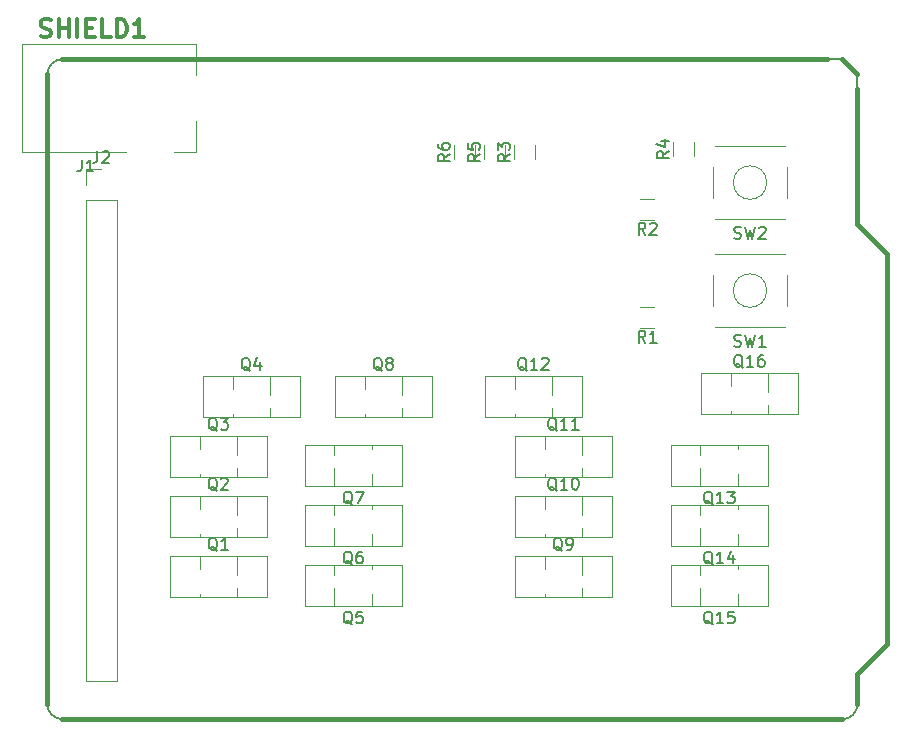
<source format=gbr>
G04 #@! TF.FileFunction,Legend,Top*
%FSLAX46Y46*%
G04 Gerber Fmt 4.6, Leading zero omitted, Abs format (unit mm)*
G04 Created by KiCad (PCBNEW 4.0.6) date 01/15/18 08:07:30*
%MOMM*%
%LPD*%
G01*
G04 APERTURE LIST*
%ADD10C,0.100000*%
%ADD11C,0.150000*%
%ADD12C,0.381000*%
%ADD13C,0.120000*%
%ADD14C,0.304800*%
G04 APERTURE END LIST*
D10*
D11*
X151384000Y-120396000D02*
G75*
G03X152654000Y-119126000I0J1270000D01*
G01*
X152654000Y-65786000D02*
X152654000Y-67056000D01*
X150114000Y-64516000D02*
X151384000Y-64516000D01*
X85344000Y-64516000D02*
G75*
G03X84074000Y-65786000I0J-1270000D01*
G01*
X84074000Y-119126000D02*
G75*
G03X85344000Y-120396000I1270000J0D01*
G01*
D12*
X152654000Y-78486000D02*
X152654000Y-67056000D01*
X152654000Y-65786000D02*
X151384000Y-64516000D01*
X150114000Y-64516000D02*
X85344000Y-64516000D01*
X151384000Y-120396000D02*
X85344000Y-120396000D01*
X84074000Y-119126000D02*
X84074000Y-65786000D01*
X152654000Y-78486000D02*
X155194000Y-81026000D01*
X155194000Y-81026000D02*
X155194000Y-114046000D01*
X155194000Y-114046000D02*
X152654000Y-116586000D01*
X152654000Y-116586000D02*
X152654000Y-119126000D01*
D13*
X90758000Y-72418000D02*
X81958000Y-72418000D01*
X81958000Y-72418000D02*
X81958000Y-63218000D01*
X96658000Y-69718000D02*
X96658000Y-72418000D01*
X96658000Y-72418000D02*
X94758000Y-72418000D01*
X81958000Y-63218000D02*
X96658000Y-63218000D01*
X96658000Y-63218000D02*
X96658000Y-65818000D01*
X87316000Y-117154000D02*
X89976000Y-117154000D01*
X87316000Y-76454000D02*
X87316000Y-117154000D01*
X89976000Y-76454000D02*
X89976000Y-117154000D01*
X87316000Y-76454000D02*
X89976000Y-76454000D01*
X87316000Y-75184000D02*
X87316000Y-73854000D01*
X87316000Y-73854000D02*
X88646000Y-73854000D01*
X134274000Y-85480000D02*
X135474000Y-85480000D01*
X135474000Y-87240000D02*
X134274000Y-87240000D01*
X134274000Y-76336000D02*
X135474000Y-76336000D01*
X135474000Y-78096000D02*
X134274000Y-78096000D01*
X125340000Y-71790000D02*
X125340000Y-72990000D01*
X123580000Y-72990000D02*
X123580000Y-71790000D01*
X138802000Y-71536000D02*
X138802000Y-72736000D01*
X137042000Y-72736000D02*
X137042000Y-71536000D01*
X122800000Y-71790000D02*
X122800000Y-72990000D01*
X121040000Y-72990000D02*
X121040000Y-71790000D01*
X120260000Y-71790000D02*
X120260000Y-72990000D01*
X118500000Y-72990000D02*
X118500000Y-71790000D01*
X144976214Y-84110000D02*
G75*
G03X144976214Y-84110000I-1414214J0D01*
G01*
X146532000Y-80990000D02*
X140592000Y-80990000D01*
X146532000Y-87230000D02*
X140592000Y-87230000D01*
X146682000Y-82770000D02*
X146682000Y-85450000D01*
X140442000Y-85450000D02*
X140442000Y-82770000D01*
X144976214Y-74966000D02*
G75*
G03X144976214Y-74966000I-1414214J0D01*
G01*
X146532000Y-71846000D02*
X140592000Y-71846000D01*
X146532000Y-78086000D02*
X140592000Y-78086000D01*
X146682000Y-73626000D02*
X146682000Y-76306000D01*
X140442000Y-76306000D02*
X140442000Y-73626000D01*
X94432000Y-106592000D02*
X102672000Y-106592000D01*
X94432000Y-110082000D02*
X102672000Y-110082000D01*
X94432000Y-106592000D02*
X94432000Y-110082000D01*
X102672000Y-106592000D02*
X102672000Y-110082000D01*
X96952000Y-106592000D02*
X96952000Y-107662000D01*
X96952000Y-109762000D02*
X96952000Y-110082000D01*
X100153000Y-106592000D02*
X100153000Y-108172000D01*
X100153000Y-109252000D02*
X100153000Y-110082000D01*
X94432000Y-101512000D02*
X102672000Y-101512000D01*
X94432000Y-105002000D02*
X102672000Y-105002000D01*
X94432000Y-101512000D02*
X94432000Y-105002000D01*
X102672000Y-101512000D02*
X102672000Y-105002000D01*
X96952000Y-101512000D02*
X96952000Y-102582000D01*
X96952000Y-104682000D02*
X96952000Y-105002000D01*
X100153000Y-101512000D02*
X100153000Y-103092000D01*
X100153000Y-104172000D02*
X100153000Y-105002000D01*
X94432000Y-96432000D02*
X102672000Y-96432000D01*
X94432000Y-99922000D02*
X102672000Y-99922000D01*
X94432000Y-96432000D02*
X94432000Y-99922000D01*
X102672000Y-96432000D02*
X102672000Y-99922000D01*
X96952000Y-96432000D02*
X96952000Y-97502000D01*
X96952000Y-99602000D02*
X96952000Y-99922000D01*
X100153000Y-96432000D02*
X100153000Y-98012000D01*
X100153000Y-99092000D02*
X100153000Y-99922000D01*
X97226000Y-91352000D02*
X105466000Y-91352000D01*
X97226000Y-94842000D02*
X105466000Y-94842000D01*
X97226000Y-91352000D02*
X97226000Y-94842000D01*
X105466000Y-91352000D02*
X105466000Y-94842000D01*
X99746000Y-91352000D02*
X99746000Y-92422000D01*
X99746000Y-94522000D02*
X99746000Y-94842000D01*
X102947000Y-91352000D02*
X102947000Y-92932000D01*
X102947000Y-94012000D02*
X102947000Y-94842000D01*
X114102000Y-110832000D02*
X105862000Y-110832000D01*
X114102000Y-107342000D02*
X105862000Y-107342000D01*
X114102000Y-110832000D02*
X114102000Y-107342000D01*
X105862000Y-110832000D02*
X105862000Y-107342000D01*
X111582000Y-110832000D02*
X111582000Y-109762000D01*
X111582000Y-107662000D02*
X111582000Y-107342000D01*
X108381000Y-110832000D02*
X108381000Y-109252000D01*
X108381000Y-108172000D02*
X108381000Y-107342000D01*
X114102000Y-105752000D02*
X105862000Y-105752000D01*
X114102000Y-102262000D02*
X105862000Y-102262000D01*
X114102000Y-105752000D02*
X114102000Y-102262000D01*
X105862000Y-105752000D02*
X105862000Y-102262000D01*
X111582000Y-105752000D02*
X111582000Y-104682000D01*
X111582000Y-102582000D02*
X111582000Y-102262000D01*
X108381000Y-105752000D02*
X108381000Y-104172000D01*
X108381000Y-103092000D02*
X108381000Y-102262000D01*
X114102000Y-100672000D02*
X105862000Y-100672000D01*
X114102000Y-97182000D02*
X105862000Y-97182000D01*
X114102000Y-100672000D02*
X114102000Y-97182000D01*
X105862000Y-100672000D02*
X105862000Y-97182000D01*
X111582000Y-100672000D02*
X111582000Y-99602000D01*
X111582000Y-97502000D02*
X111582000Y-97182000D01*
X108381000Y-100672000D02*
X108381000Y-99092000D01*
X108381000Y-98012000D02*
X108381000Y-97182000D01*
X108402000Y-91352000D02*
X116642000Y-91352000D01*
X108402000Y-94842000D02*
X116642000Y-94842000D01*
X108402000Y-91352000D02*
X108402000Y-94842000D01*
X116642000Y-91352000D02*
X116642000Y-94842000D01*
X110922000Y-91352000D02*
X110922000Y-92422000D01*
X110922000Y-94522000D02*
X110922000Y-94842000D01*
X114123000Y-91352000D02*
X114123000Y-92932000D01*
X114123000Y-94012000D02*
X114123000Y-94842000D01*
X123642000Y-106592000D02*
X131882000Y-106592000D01*
X123642000Y-110082000D02*
X131882000Y-110082000D01*
X123642000Y-106592000D02*
X123642000Y-110082000D01*
X131882000Y-106592000D02*
X131882000Y-110082000D01*
X126162000Y-106592000D02*
X126162000Y-107662000D01*
X126162000Y-109762000D02*
X126162000Y-110082000D01*
X129363000Y-106592000D02*
X129363000Y-108172000D01*
X129363000Y-109252000D02*
X129363000Y-110082000D01*
X123642000Y-101512000D02*
X131882000Y-101512000D01*
X123642000Y-105002000D02*
X131882000Y-105002000D01*
X123642000Y-101512000D02*
X123642000Y-105002000D01*
X131882000Y-101512000D02*
X131882000Y-105002000D01*
X126162000Y-101512000D02*
X126162000Y-102582000D01*
X126162000Y-104682000D02*
X126162000Y-105002000D01*
X129363000Y-101512000D02*
X129363000Y-103092000D01*
X129363000Y-104172000D02*
X129363000Y-105002000D01*
X123642000Y-96432000D02*
X131882000Y-96432000D01*
X123642000Y-99922000D02*
X131882000Y-99922000D01*
X123642000Y-96432000D02*
X123642000Y-99922000D01*
X131882000Y-96432000D02*
X131882000Y-99922000D01*
X126162000Y-96432000D02*
X126162000Y-97502000D01*
X126162000Y-99602000D02*
X126162000Y-99922000D01*
X129363000Y-96432000D02*
X129363000Y-98012000D01*
X129363000Y-99092000D02*
X129363000Y-99922000D01*
X121102000Y-91352000D02*
X129342000Y-91352000D01*
X121102000Y-94842000D02*
X129342000Y-94842000D01*
X121102000Y-91352000D02*
X121102000Y-94842000D01*
X129342000Y-91352000D02*
X129342000Y-94842000D01*
X123622000Y-91352000D02*
X123622000Y-92422000D01*
X123622000Y-94522000D02*
X123622000Y-94842000D01*
X126823000Y-91352000D02*
X126823000Y-92932000D01*
X126823000Y-94012000D02*
X126823000Y-94842000D01*
X145090000Y-100672000D02*
X136850000Y-100672000D01*
X145090000Y-97182000D02*
X136850000Y-97182000D01*
X145090000Y-100672000D02*
X145090000Y-97182000D01*
X136850000Y-100672000D02*
X136850000Y-97182000D01*
X142570000Y-100672000D02*
X142570000Y-99602000D01*
X142570000Y-97502000D02*
X142570000Y-97182000D01*
X139369000Y-100672000D02*
X139369000Y-99092000D01*
X139369000Y-98012000D02*
X139369000Y-97182000D01*
X145090000Y-105752000D02*
X136850000Y-105752000D01*
X145090000Y-102262000D02*
X136850000Y-102262000D01*
X145090000Y-105752000D02*
X145090000Y-102262000D01*
X136850000Y-105752000D02*
X136850000Y-102262000D01*
X142570000Y-105752000D02*
X142570000Y-104682000D01*
X142570000Y-102582000D02*
X142570000Y-102262000D01*
X139369000Y-105752000D02*
X139369000Y-104172000D01*
X139369000Y-103092000D02*
X139369000Y-102262000D01*
X145090000Y-110832000D02*
X136850000Y-110832000D01*
X145090000Y-107342000D02*
X136850000Y-107342000D01*
X145090000Y-110832000D02*
X145090000Y-107342000D01*
X136850000Y-110832000D02*
X136850000Y-107342000D01*
X142570000Y-110832000D02*
X142570000Y-109762000D01*
X142570000Y-107662000D02*
X142570000Y-107342000D01*
X139369000Y-110832000D02*
X139369000Y-109252000D01*
X139369000Y-108172000D02*
X139369000Y-107342000D01*
X139390000Y-91098000D02*
X147630000Y-91098000D01*
X139390000Y-94588000D02*
X147630000Y-94588000D01*
X139390000Y-91098000D02*
X139390000Y-94588000D01*
X147630000Y-91098000D02*
X147630000Y-94588000D01*
X141910000Y-91098000D02*
X141910000Y-92168000D01*
X141910000Y-94268000D02*
X141910000Y-94588000D01*
X145111000Y-91098000D02*
X145111000Y-92678000D01*
X145111000Y-93758000D02*
X145111000Y-94588000D01*
D14*
X83493429Y-62592857D02*
X83711143Y-62665429D01*
X84074000Y-62665429D01*
X84219143Y-62592857D01*
X84291714Y-62520286D01*
X84364286Y-62375143D01*
X84364286Y-62230000D01*
X84291714Y-62084857D01*
X84219143Y-62012286D01*
X84074000Y-61939714D01*
X83783714Y-61867143D01*
X83638572Y-61794571D01*
X83566000Y-61722000D01*
X83493429Y-61576857D01*
X83493429Y-61431714D01*
X83566000Y-61286571D01*
X83638572Y-61214000D01*
X83783714Y-61141429D01*
X84146572Y-61141429D01*
X84364286Y-61214000D01*
X85017429Y-62665429D02*
X85017429Y-61141429D01*
X85017429Y-61867143D02*
X85888286Y-61867143D01*
X85888286Y-62665429D02*
X85888286Y-61141429D01*
X86614000Y-62665429D02*
X86614000Y-61141429D01*
X87339714Y-61867143D02*
X87847714Y-61867143D01*
X88065428Y-62665429D02*
X87339714Y-62665429D01*
X87339714Y-61141429D01*
X88065428Y-61141429D01*
X89444285Y-62665429D02*
X88718571Y-62665429D01*
X88718571Y-61141429D01*
X89952285Y-62665429D02*
X89952285Y-61141429D01*
X90315142Y-61141429D01*
X90532857Y-61214000D01*
X90677999Y-61359143D01*
X90750571Y-61504286D01*
X90823142Y-61794571D01*
X90823142Y-62012286D01*
X90750571Y-62302571D01*
X90677999Y-62447714D01*
X90532857Y-62592857D01*
X90315142Y-62665429D01*
X89952285Y-62665429D01*
X92274571Y-62665429D02*
X91403714Y-62665429D01*
X91839142Y-62665429D02*
X91839142Y-61141429D01*
X91693999Y-61359143D01*
X91548857Y-61504286D01*
X91403714Y-61576857D01*
D11*
X86974667Y-73020381D02*
X86974667Y-73734667D01*
X86927047Y-73877524D01*
X86831809Y-73972762D01*
X86688952Y-74020381D01*
X86593714Y-74020381D01*
X87974667Y-74020381D02*
X87403238Y-74020381D01*
X87688952Y-74020381D02*
X87688952Y-73020381D01*
X87593714Y-73163238D01*
X87498476Y-73258476D01*
X87403238Y-73306095D01*
X88312667Y-72306381D02*
X88312667Y-73020667D01*
X88265047Y-73163524D01*
X88169809Y-73258762D01*
X88026952Y-73306381D01*
X87931714Y-73306381D01*
X88741238Y-72401619D02*
X88788857Y-72354000D01*
X88884095Y-72306381D01*
X89122191Y-72306381D01*
X89217429Y-72354000D01*
X89265048Y-72401619D01*
X89312667Y-72496857D01*
X89312667Y-72592095D01*
X89265048Y-72734952D01*
X88693619Y-73306381D01*
X89312667Y-73306381D01*
X134707334Y-88512381D02*
X134374000Y-88036190D01*
X134135905Y-88512381D02*
X134135905Y-87512381D01*
X134516858Y-87512381D01*
X134612096Y-87560000D01*
X134659715Y-87607619D01*
X134707334Y-87702857D01*
X134707334Y-87845714D01*
X134659715Y-87940952D01*
X134612096Y-87988571D01*
X134516858Y-88036190D01*
X134135905Y-88036190D01*
X135659715Y-88512381D02*
X135088286Y-88512381D01*
X135374000Y-88512381D02*
X135374000Y-87512381D01*
X135278762Y-87655238D01*
X135183524Y-87750476D01*
X135088286Y-87798095D01*
X134707334Y-79368381D02*
X134374000Y-78892190D01*
X134135905Y-79368381D02*
X134135905Y-78368381D01*
X134516858Y-78368381D01*
X134612096Y-78416000D01*
X134659715Y-78463619D01*
X134707334Y-78558857D01*
X134707334Y-78701714D01*
X134659715Y-78796952D01*
X134612096Y-78844571D01*
X134516858Y-78892190D01*
X134135905Y-78892190D01*
X135088286Y-78463619D02*
X135135905Y-78416000D01*
X135231143Y-78368381D01*
X135469239Y-78368381D01*
X135564477Y-78416000D01*
X135612096Y-78463619D01*
X135659715Y-78558857D01*
X135659715Y-78654095D01*
X135612096Y-78796952D01*
X135040667Y-79368381D01*
X135659715Y-79368381D01*
X123212381Y-72556666D02*
X122736190Y-72890000D01*
X123212381Y-73128095D02*
X122212381Y-73128095D01*
X122212381Y-72747142D01*
X122260000Y-72651904D01*
X122307619Y-72604285D01*
X122402857Y-72556666D01*
X122545714Y-72556666D01*
X122640952Y-72604285D01*
X122688571Y-72651904D01*
X122736190Y-72747142D01*
X122736190Y-73128095D01*
X122212381Y-72223333D02*
X122212381Y-71604285D01*
X122593333Y-71937619D01*
X122593333Y-71794761D01*
X122640952Y-71699523D01*
X122688571Y-71651904D01*
X122783810Y-71604285D01*
X123021905Y-71604285D01*
X123117143Y-71651904D01*
X123164762Y-71699523D01*
X123212381Y-71794761D01*
X123212381Y-72080476D01*
X123164762Y-72175714D01*
X123117143Y-72223333D01*
X136674381Y-72302666D02*
X136198190Y-72636000D01*
X136674381Y-72874095D02*
X135674381Y-72874095D01*
X135674381Y-72493142D01*
X135722000Y-72397904D01*
X135769619Y-72350285D01*
X135864857Y-72302666D01*
X136007714Y-72302666D01*
X136102952Y-72350285D01*
X136150571Y-72397904D01*
X136198190Y-72493142D01*
X136198190Y-72874095D01*
X136007714Y-71445523D02*
X136674381Y-71445523D01*
X135626762Y-71683619D02*
X136341048Y-71921714D01*
X136341048Y-71302666D01*
X120672381Y-72556666D02*
X120196190Y-72890000D01*
X120672381Y-73128095D02*
X119672381Y-73128095D01*
X119672381Y-72747142D01*
X119720000Y-72651904D01*
X119767619Y-72604285D01*
X119862857Y-72556666D01*
X120005714Y-72556666D01*
X120100952Y-72604285D01*
X120148571Y-72651904D01*
X120196190Y-72747142D01*
X120196190Y-73128095D01*
X119672381Y-71651904D02*
X119672381Y-72128095D01*
X120148571Y-72175714D01*
X120100952Y-72128095D01*
X120053333Y-72032857D01*
X120053333Y-71794761D01*
X120100952Y-71699523D01*
X120148571Y-71651904D01*
X120243810Y-71604285D01*
X120481905Y-71604285D01*
X120577143Y-71651904D01*
X120624762Y-71699523D01*
X120672381Y-71794761D01*
X120672381Y-72032857D01*
X120624762Y-72128095D01*
X120577143Y-72175714D01*
X118132381Y-72556666D02*
X117656190Y-72890000D01*
X118132381Y-73128095D02*
X117132381Y-73128095D01*
X117132381Y-72747142D01*
X117180000Y-72651904D01*
X117227619Y-72604285D01*
X117322857Y-72556666D01*
X117465714Y-72556666D01*
X117560952Y-72604285D01*
X117608571Y-72651904D01*
X117656190Y-72747142D01*
X117656190Y-73128095D01*
X117132381Y-71699523D02*
X117132381Y-71890000D01*
X117180000Y-71985238D01*
X117227619Y-72032857D01*
X117370476Y-72128095D01*
X117560952Y-72175714D01*
X117941905Y-72175714D01*
X118037143Y-72128095D01*
X118084762Y-72080476D01*
X118132381Y-71985238D01*
X118132381Y-71794761D01*
X118084762Y-71699523D01*
X118037143Y-71651904D01*
X117941905Y-71604285D01*
X117703810Y-71604285D01*
X117608571Y-71651904D01*
X117560952Y-71699523D01*
X117513333Y-71794761D01*
X117513333Y-71985238D01*
X117560952Y-72080476D01*
X117608571Y-72128095D01*
X117703810Y-72175714D01*
X142228667Y-88814762D02*
X142371524Y-88862381D01*
X142609620Y-88862381D01*
X142704858Y-88814762D01*
X142752477Y-88767143D01*
X142800096Y-88671905D01*
X142800096Y-88576667D01*
X142752477Y-88481429D01*
X142704858Y-88433810D01*
X142609620Y-88386190D01*
X142419143Y-88338571D01*
X142323905Y-88290952D01*
X142276286Y-88243333D01*
X142228667Y-88148095D01*
X142228667Y-88052857D01*
X142276286Y-87957619D01*
X142323905Y-87910000D01*
X142419143Y-87862381D01*
X142657239Y-87862381D01*
X142800096Y-87910000D01*
X143133429Y-87862381D02*
X143371524Y-88862381D01*
X143562001Y-88148095D01*
X143752477Y-88862381D01*
X143990572Y-87862381D01*
X144895334Y-88862381D02*
X144323905Y-88862381D01*
X144609619Y-88862381D02*
X144609619Y-87862381D01*
X144514381Y-88005238D01*
X144419143Y-88100476D01*
X144323905Y-88148095D01*
X142228667Y-79670762D02*
X142371524Y-79718381D01*
X142609620Y-79718381D01*
X142704858Y-79670762D01*
X142752477Y-79623143D01*
X142800096Y-79527905D01*
X142800096Y-79432667D01*
X142752477Y-79337429D01*
X142704858Y-79289810D01*
X142609620Y-79242190D01*
X142419143Y-79194571D01*
X142323905Y-79146952D01*
X142276286Y-79099333D01*
X142228667Y-79004095D01*
X142228667Y-78908857D01*
X142276286Y-78813619D01*
X142323905Y-78766000D01*
X142419143Y-78718381D01*
X142657239Y-78718381D01*
X142800096Y-78766000D01*
X143133429Y-78718381D02*
X143371524Y-79718381D01*
X143562001Y-79004095D01*
X143752477Y-79718381D01*
X143990572Y-78718381D01*
X144323905Y-78813619D02*
X144371524Y-78766000D01*
X144466762Y-78718381D01*
X144704858Y-78718381D01*
X144800096Y-78766000D01*
X144847715Y-78813619D01*
X144895334Y-78908857D01*
X144895334Y-79004095D01*
X144847715Y-79146952D01*
X144276286Y-79718381D01*
X144895334Y-79718381D01*
X98456762Y-106139619D02*
X98361524Y-106092000D01*
X98266286Y-105996762D01*
X98123429Y-105853905D01*
X98028190Y-105806286D01*
X97932952Y-105806286D01*
X97980571Y-106044381D02*
X97885333Y-105996762D01*
X97790095Y-105901524D01*
X97742476Y-105711048D01*
X97742476Y-105377714D01*
X97790095Y-105187238D01*
X97885333Y-105092000D01*
X97980571Y-105044381D01*
X98171048Y-105044381D01*
X98266286Y-105092000D01*
X98361524Y-105187238D01*
X98409143Y-105377714D01*
X98409143Y-105711048D01*
X98361524Y-105901524D01*
X98266286Y-105996762D01*
X98171048Y-106044381D01*
X97980571Y-106044381D01*
X99361524Y-106044381D02*
X98790095Y-106044381D01*
X99075809Y-106044381D02*
X99075809Y-105044381D01*
X98980571Y-105187238D01*
X98885333Y-105282476D01*
X98790095Y-105330095D01*
X98456762Y-101059619D02*
X98361524Y-101012000D01*
X98266286Y-100916762D01*
X98123429Y-100773905D01*
X98028190Y-100726286D01*
X97932952Y-100726286D01*
X97980571Y-100964381D02*
X97885333Y-100916762D01*
X97790095Y-100821524D01*
X97742476Y-100631048D01*
X97742476Y-100297714D01*
X97790095Y-100107238D01*
X97885333Y-100012000D01*
X97980571Y-99964381D01*
X98171048Y-99964381D01*
X98266286Y-100012000D01*
X98361524Y-100107238D01*
X98409143Y-100297714D01*
X98409143Y-100631048D01*
X98361524Y-100821524D01*
X98266286Y-100916762D01*
X98171048Y-100964381D01*
X97980571Y-100964381D01*
X98790095Y-100059619D02*
X98837714Y-100012000D01*
X98932952Y-99964381D01*
X99171048Y-99964381D01*
X99266286Y-100012000D01*
X99313905Y-100059619D01*
X99361524Y-100154857D01*
X99361524Y-100250095D01*
X99313905Y-100392952D01*
X98742476Y-100964381D01*
X99361524Y-100964381D01*
X98456762Y-95979619D02*
X98361524Y-95932000D01*
X98266286Y-95836762D01*
X98123429Y-95693905D01*
X98028190Y-95646286D01*
X97932952Y-95646286D01*
X97980571Y-95884381D02*
X97885333Y-95836762D01*
X97790095Y-95741524D01*
X97742476Y-95551048D01*
X97742476Y-95217714D01*
X97790095Y-95027238D01*
X97885333Y-94932000D01*
X97980571Y-94884381D01*
X98171048Y-94884381D01*
X98266286Y-94932000D01*
X98361524Y-95027238D01*
X98409143Y-95217714D01*
X98409143Y-95551048D01*
X98361524Y-95741524D01*
X98266286Y-95836762D01*
X98171048Y-95884381D01*
X97980571Y-95884381D01*
X98742476Y-94884381D02*
X99361524Y-94884381D01*
X99028190Y-95265333D01*
X99171048Y-95265333D01*
X99266286Y-95312952D01*
X99313905Y-95360571D01*
X99361524Y-95455810D01*
X99361524Y-95693905D01*
X99313905Y-95789143D01*
X99266286Y-95836762D01*
X99171048Y-95884381D01*
X98885333Y-95884381D01*
X98790095Y-95836762D01*
X98742476Y-95789143D01*
X101250762Y-90899619D02*
X101155524Y-90852000D01*
X101060286Y-90756762D01*
X100917429Y-90613905D01*
X100822190Y-90566286D01*
X100726952Y-90566286D01*
X100774571Y-90804381D02*
X100679333Y-90756762D01*
X100584095Y-90661524D01*
X100536476Y-90471048D01*
X100536476Y-90137714D01*
X100584095Y-89947238D01*
X100679333Y-89852000D01*
X100774571Y-89804381D01*
X100965048Y-89804381D01*
X101060286Y-89852000D01*
X101155524Y-89947238D01*
X101203143Y-90137714D01*
X101203143Y-90471048D01*
X101155524Y-90661524D01*
X101060286Y-90756762D01*
X100965048Y-90804381D01*
X100774571Y-90804381D01*
X102060286Y-90137714D02*
X102060286Y-90804381D01*
X101822190Y-89756762D02*
X101584095Y-90471048D01*
X102203143Y-90471048D01*
X109886762Y-112379619D02*
X109791524Y-112332000D01*
X109696286Y-112236762D01*
X109553429Y-112093905D01*
X109458190Y-112046286D01*
X109362952Y-112046286D01*
X109410571Y-112284381D02*
X109315333Y-112236762D01*
X109220095Y-112141524D01*
X109172476Y-111951048D01*
X109172476Y-111617714D01*
X109220095Y-111427238D01*
X109315333Y-111332000D01*
X109410571Y-111284381D01*
X109601048Y-111284381D01*
X109696286Y-111332000D01*
X109791524Y-111427238D01*
X109839143Y-111617714D01*
X109839143Y-111951048D01*
X109791524Y-112141524D01*
X109696286Y-112236762D01*
X109601048Y-112284381D01*
X109410571Y-112284381D01*
X110743905Y-111284381D02*
X110267714Y-111284381D01*
X110220095Y-111760571D01*
X110267714Y-111712952D01*
X110362952Y-111665333D01*
X110601048Y-111665333D01*
X110696286Y-111712952D01*
X110743905Y-111760571D01*
X110791524Y-111855810D01*
X110791524Y-112093905D01*
X110743905Y-112189143D01*
X110696286Y-112236762D01*
X110601048Y-112284381D01*
X110362952Y-112284381D01*
X110267714Y-112236762D01*
X110220095Y-112189143D01*
X109886762Y-107299619D02*
X109791524Y-107252000D01*
X109696286Y-107156762D01*
X109553429Y-107013905D01*
X109458190Y-106966286D01*
X109362952Y-106966286D01*
X109410571Y-107204381D02*
X109315333Y-107156762D01*
X109220095Y-107061524D01*
X109172476Y-106871048D01*
X109172476Y-106537714D01*
X109220095Y-106347238D01*
X109315333Y-106252000D01*
X109410571Y-106204381D01*
X109601048Y-106204381D01*
X109696286Y-106252000D01*
X109791524Y-106347238D01*
X109839143Y-106537714D01*
X109839143Y-106871048D01*
X109791524Y-107061524D01*
X109696286Y-107156762D01*
X109601048Y-107204381D01*
X109410571Y-107204381D01*
X110696286Y-106204381D02*
X110505809Y-106204381D01*
X110410571Y-106252000D01*
X110362952Y-106299619D01*
X110267714Y-106442476D01*
X110220095Y-106632952D01*
X110220095Y-107013905D01*
X110267714Y-107109143D01*
X110315333Y-107156762D01*
X110410571Y-107204381D01*
X110601048Y-107204381D01*
X110696286Y-107156762D01*
X110743905Y-107109143D01*
X110791524Y-107013905D01*
X110791524Y-106775810D01*
X110743905Y-106680571D01*
X110696286Y-106632952D01*
X110601048Y-106585333D01*
X110410571Y-106585333D01*
X110315333Y-106632952D01*
X110267714Y-106680571D01*
X110220095Y-106775810D01*
X109886762Y-102219619D02*
X109791524Y-102172000D01*
X109696286Y-102076762D01*
X109553429Y-101933905D01*
X109458190Y-101886286D01*
X109362952Y-101886286D01*
X109410571Y-102124381D02*
X109315333Y-102076762D01*
X109220095Y-101981524D01*
X109172476Y-101791048D01*
X109172476Y-101457714D01*
X109220095Y-101267238D01*
X109315333Y-101172000D01*
X109410571Y-101124381D01*
X109601048Y-101124381D01*
X109696286Y-101172000D01*
X109791524Y-101267238D01*
X109839143Y-101457714D01*
X109839143Y-101791048D01*
X109791524Y-101981524D01*
X109696286Y-102076762D01*
X109601048Y-102124381D01*
X109410571Y-102124381D01*
X110172476Y-101124381D02*
X110839143Y-101124381D01*
X110410571Y-102124381D01*
X112426762Y-90899619D02*
X112331524Y-90852000D01*
X112236286Y-90756762D01*
X112093429Y-90613905D01*
X111998190Y-90566286D01*
X111902952Y-90566286D01*
X111950571Y-90804381D02*
X111855333Y-90756762D01*
X111760095Y-90661524D01*
X111712476Y-90471048D01*
X111712476Y-90137714D01*
X111760095Y-89947238D01*
X111855333Y-89852000D01*
X111950571Y-89804381D01*
X112141048Y-89804381D01*
X112236286Y-89852000D01*
X112331524Y-89947238D01*
X112379143Y-90137714D01*
X112379143Y-90471048D01*
X112331524Y-90661524D01*
X112236286Y-90756762D01*
X112141048Y-90804381D01*
X111950571Y-90804381D01*
X112950571Y-90232952D02*
X112855333Y-90185333D01*
X112807714Y-90137714D01*
X112760095Y-90042476D01*
X112760095Y-89994857D01*
X112807714Y-89899619D01*
X112855333Y-89852000D01*
X112950571Y-89804381D01*
X113141048Y-89804381D01*
X113236286Y-89852000D01*
X113283905Y-89899619D01*
X113331524Y-89994857D01*
X113331524Y-90042476D01*
X113283905Y-90137714D01*
X113236286Y-90185333D01*
X113141048Y-90232952D01*
X112950571Y-90232952D01*
X112855333Y-90280571D01*
X112807714Y-90328190D01*
X112760095Y-90423429D01*
X112760095Y-90613905D01*
X112807714Y-90709143D01*
X112855333Y-90756762D01*
X112950571Y-90804381D01*
X113141048Y-90804381D01*
X113236286Y-90756762D01*
X113283905Y-90709143D01*
X113331524Y-90613905D01*
X113331524Y-90423429D01*
X113283905Y-90328190D01*
X113236286Y-90280571D01*
X113141048Y-90232952D01*
X127666762Y-106139619D02*
X127571524Y-106092000D01*
X127476286Y-105996762D01*
X127333429Y-105853905D01*
X127238190Y-105806286D01*
X127142952Y-105806286D01*
X127190571Y-106044381D02*
X127095333Y-105996762D01*
X127000095Y-105901524D01*
X126952476Y-105711048D01*
X126952476Y-105377714D01*
X127000095Y-105187238D01*
X127095333Y-105092000D01*
X127190571Y-105044381D01*
X127381048Y-105044381D01*
X127476286Y-105092000D01*
X127571524Y-105187238D01*
X127619143Y-105377714D01*
X127619143Y-105711048D01*
X127571524Y-105901524D01*
X127476286Y-105996762D01*
X127381048Y-106044381D01*
X127190571Y-106044381D01*
X128095333Y-106044381D02*
X128285809Y-106044381D01*
X128381048Y-105996762D01*
X128428667Y-105949143D01*
X128523905Y-105806286D01*
X128571524Y-105615810D01*
X128571524Y-105234857D01*
X128523905Y-105139619D01*
X128476286Y-105092000D01*
X128381048Y-105044381D01*
X128190571Y-105044381D01*
X128095333Y-105092000D01*
X128047714Y-105139619D01*
X128000095Y-105234857D01*
X128000095Y-105472952D01*
X128047714Y-105568190D01*
X128095333Y-105615810D01*
X128190571Y-105663429D01*
X128381048Y-105663429D01*
X128476286Y-105615810D01*
X128523905Y-105568190D01*
X128571524Y-105472952D01*
X127190572Y-101059619D02*
X127095334Y-101012000D01*
X127000096Y-100916762D01*
X126857239Y-100773905D01*
X126762000Y-100726286D01*
X126666762Y-100726286D01*
X126714381Y-100964381D02*
X126619143Y-100916762D01*
X126523905Y-100821524D01*
X126476286Y-100631048D01*
X126476286Y-100297714D01*
X126523905Y-100107238D01*
X126619143Y-100012000D01*
X126714381Y-99964381D01*
X126904858Y-99964381D01*
X127000096Y-100012000D01*
X127095334Y-100107238D01*
X127142953Y-100297714D01*
X127142953Y-100631048D01*
X127095334Y-100821524D01*
X127000096Y-100916762D01*
X126904858Y-100964381D01*
X126714381Y-100964381D01*
X128095334Y-100964381D02*
X127523905Y-100964381D01*
X127809619Y-100964381D02*
X127809619Y-99964381D01*
X127714381Y-100107238D01*
X127619143Y-100202476D01*
X127523905Y-100250095D01*
X128714381Y-99964381D02*
X128809620Y-99964381D01*
X128904858Y-100012000D01*
X128952477Y-100059619D01*
X129000096Y-100154857D01*
X129047715Y-100345333D01*
X129047715Y-100583429D01*
X129000096Y-100773905D01*
X128952477Y-100869143D01*
X128904858Y-100916762D01*
X128809620Y-100964381D01*
X128714381Y-100964381D01*
X128619143Y-100916762D01*
X128571524Y-100869143D01*
X128523905Y-100773905D01*
X128476286Y-100583429D01*
X128476286Y-100345333D01*
X128523905Y-100154857D01*
X128571524Y-100059619D01*
X128619143Y-100012000D01*
X128714381Y-99964381D01*
X127190572Y-95979619D02*
X127095334Y-95932000D01*
X127000096Y-95836762D01*
X126857239Y-95693905D01*
X126762000Y-95646286D01*
X126666762Y-95646286D01*
X126714381Y-95884381D02*
X126619143Y-95836762D01*
X126523905Y-95741524D01*
X126476286Y-95551048D01*
X126476286Y-95217714D01*
X126523905Y-95027238D01*
X126619143Y-94932000D01*
X126714381Y-94884381D01*
X126904858Y-94884381D01*
X127000096Y-94932000D01*
X127095334Y-95027238D01*
X127142953Y-95217714D01*
X127142953Y-95551048D01*
X127095334Y-95741524D01*
X127000096Y-95836762D01*
X126904858Y-95884381D01*
X126714381Y-95884381D01*
X128095334Y-95884381D02*
X127523905Y-95884381D01*
X127809619Y-95884381D02*
X127809619Y-94884381D01*
X127714381Y-95027238D01*
X127619143Y-95122476D01*
X127523905Y-95170095D01*
X129047715Y-95884381D02*
X128476286Y-95884381D01*
X128762000Y-95884381D02*
X128762000Y-94884381D01*
X128666762Y-95027238D01*
X128571524Y-95122476D01*
X128476286Y-95170095D01*
X124650572Y-90899619D02*
X124555334Y-90852000D01*
X124460096Y-90756762D01*
X124317239Y-90613905D01*
X124222000Y-90566286D01*
X124126762Y-90566286D01*
X124174381Y-90804381D02*
X124079143Y-90756762D01*
X123983905Y-90661524D01*
X123936286Y-90471048D01*
X123936286Y-90137714D01*
X123983905Y-89947238D01*
X124079143Y-89852000D01*
X124174381Y-89804381D01*
X124364858Y-89804381D01*
X124460096Y-89852000D01*
X124555334Y-89947238D01*
X124602953Y-90137714D01*
X124602953Y-90471048D01*
X124555334Y-90661524D01*
X124460096Y-90756762D01*
X124364858Y-90804381D01*
X124174381Y-90804381D01*
X125555334Y-90804381D02*
X124983905Y-90804381D01*
X125269619Y-90804381D02*
X125269619Y-89804381D01*
X125174381Y-89947238D01*
X125079143Y-90042476D01*
X124983905Y-90090095D01*
X125936286Y-89899619D02*
X125983905Y-89852000D01*
X126079143Y-89804381D01*
X126317239Y-89804381D01*
X126412477Y-89852000D01*
X126460096Y-89899619D01*
X126507715Y-89994857D01*
X126507715Y-90090095D01*
X126460096Y-90232952D01*
X125888667Y-90804381D01*
X126507715Y-90804381D01*
X140398572Y-102219619D02*
X140303334Y-102172000D01*
X140208096Y-102076762D01*
X140065239Y-101933905D01*
X139970000Y-101886286D01*
X139874762Y-101886286D01*
X139922381Y-102124381D02*
X139827143Y-102076762D01*
X139731905Y-101981524D01*
X139684286Y-101791048D01*
X139684286Y-101457714D01*
X139731905Y-101267238D01*
X139827143Y-101172000D01*
X139922381Y-101124381D01*
X140112858Y-101124381D01*
X140208096Y-101172000D01*
X140303334Y-101267238D01*
X140350953Y-101457714D01*
X140350953Y-101791048D01*
X140303334Y-101981524D01*
X140208096Y-102076762D01*
X140112858Y-102124381D01*
X139922381Y-102124381D01*
X141303334Y-102124381D02*
X140731905Y-102124381D01*
X141017619Y-102124381D02*
X141017619Y-101124381D01*
X140922381Y-101267238D01*
X140827143Y-101362476D01*
X140731905Y-101410095D01*
X141636667Y-101124381D02*
X142255715Y-101124381D01*
X141922381Y-101505333D01*
X142065239Y-101505333D01*
X142160477Y-101552952D01*
X142208096Y-101600571D01*
X142255715Y-101695810D01*
X142255715Y-101933905D01*
X142208096Y-102029143D01*
X142160477Y-102076762D01*
X142065239Y-102124381D01*
X141779524Y-102124381D01*
X141684286Y-102076762D01*
X141636667Y-102029143D01*
X140398572Y-107299619D02*
X140303334Y-107252000D01*
X140208096Y-107156762D01*
X140065239Y-107013905D01*
X139970000Y-106966286D01*
X139874762Y-106966286D01*
X139922381Y-107204381D02*
X139827143Y-107156762D01*
X139731905Y-107061524D01*
X139684286Y-106871048D01*
X139684286Y-106537714D01*
X139731905Y-106347238D01*
X139827143Y-106252000D01*
X139922381Y-106204381D01*
X140112858Y-106204381D01*
X140208096Y-106252000D01*
X140303334Y-106347238D01*
X140350953Y-106537714D01*
X140350953Y-106871048D01*
X140303334Y-107061524D01*
X140208096Y-107156762D01*
X140112858Y-107204381D01*
X139922381Y-107204381D01*
X141303334Y-107204381D02*
X140731905Y-107204381D01*
X141017619Y-107204381D02*
X141017619Y-106204381D01*
X140922381Y-106347238D01*
X140827143Y-106442476D01*
X140731905Y-106490095D01*
X142160477Y-106537714D02*
X142160477Y-107204381D01*
X141922381Y-106156762D02*
X141684286Y-106871048D01*
X142303334Y-106871048D01*
X140398572Y-112379619D02*
X140303334Y-112332000D01*
X140208096Y-112236762D01*
X140065239Y-112093905D01*
X139970000Y-112046286D01*
X139874762Y-112046286D01*
X139922381Y-112284381D02*
X139827143Y-112236762D01*
X139731905Y-112141524D01*
X139684286Y-111951048D01*
X139684286Y-111617714D01*
X139731905Y-111427238D01*
X139827143Y-111332000D01*
X139922381Y-111284381D01*
X140112858Y-111284381D01*
X140208096Y-111332000D01*
X140303334Y-111427238D01*
X140350953Y-111617714D01*
X140350953Y-111951048D01*
X140303334Y-112141524D01*
X140208096Y-112236762D01*
X140112858Y-112284381D01*
X139922381Y-112284381D01*
X141303334Y-112284381D02*
X140731905Y-112284381D01*
X141017619Y-112284381D02*
X141017619Y-111284381D01*
X140922381Y-111427238D01*
X140827143Y-111522476D01*
X140731905Y-111570095D01*
X142208096Y-111284381D02*
X141731905Y-111284381D01*
X141684286Y-111760571D01*
X141731905Y-111712952D01*
X141827143Y-111665333D01*
X142065239Y-111665333D01*
X142160477Y-111712952D01*
X142208096Y-111760571D01*
X142255715Y-111855810D01*
X142255715Y-112093905D01*
X142208096Y-112189143D01*
X142160477Y-112236762D01*
X142065239Y-112284381D01*
X141827143Y-112284381D01*
X141731905Y-112236762D01*
X141684286Y-112189143D01*
X142938572Y-90645619D02*
X142843334Y-90598000D01*
X142748096Y-90502762D01*
X142605239Y-90359905D01*
X142510000Y-90312286D01*
X142414762Y-90312286D01*
X142462381Y-90550381D02*
X142367143Y-90502762D01*
X142271905Y-90407524D01*
X142224286Y-90217048D01*
X142224286Y-89883714D01*
X142271905Y-89693238D01*
X142367143Y-89598000D01*
X142462381Y-89550381D01*
X142652858Y-89550381D01*
X142748096Y-89598000D01*
X142843334Y-89693238D01*
X142890953Y-89883714D01*
X142890953Y-90217048D01*
X142843334Y-90407524D01*
X142748096Y-90502762D01*
X142652858Y-90550381D01*
X142462381Y-90550381D01*
X143843334Y-90550381D02*
X143271905Y-90550381D01*
X143557619Y-90550381D02*
X143557619Y-89550381D01*
X143462381Y-89693238D01*
X143367143Y-89788476D01*
X143271905Y-89836095D01*
X144700477Y-89550381D02*
X144510000Y-89550381D01*
X144414762Y-89598000D01*
X144367143Y-89645619D01*
X144271905Y-89788476D01*
X144224286Y-89978952D01*
X144224286Y-90359905D01*
X144271905Y-90455143D01*
X144319524Y-90502762D01*
X144414762Y-90550381D01*
X144605239Y-90550381D01*
X144700477Y-90502762D01*
X144748096Y-90455143D01*
X144795715Y-90359905D01*
X144795715Y-90121810D01*
X144748096Y-90026571D01*
X144700477Y-89978952D01*
X144605239Y-89931333D01*
X144414762Y-89931333D01*
X144319524Y-89978952D01*
X144271905Y-90026571D01*
X144224286Y-90121810D01*
M02*

</source>
